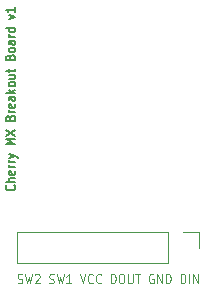
<source format=gbr>
G04 #@! TF.GenerationSoftware,KiCad,Pcbnew,(5.1.5-0-10_14)*
G04 #@! TF.CreationDate,2020-01-26T21:02:46+01:00*
G04 #@! TF.ProjectId,Cherry MX Breakout Board (Mill-Max-7305),43686572-7279-4204-9d58-20427265616b,v1*
G04 #@! TF.SameCoordinates,Original*
G04 #@! TF.FileFunction,Legend,Top*
G04 #@! TF.FilePolarity,Positive*
%FSLAX46Y46*%
G04 Gerber Fmt 4.6, Leading zero omitted, Abs format (unit mm)*
G04 Created by KiCad (PCBNEW (5.1.5-0-10_14)) date 2020-01-26 21:02:46*
%MOMM*%
%LPD*%
G04 APERTURE LIST*
%ADD10C,0.130000*%
%ADD11C,0.100000*%
%ADD12C,0.120000*%
G04 APERTURE END LIST*
D10*
X144815714Y-112658833D02*
X144853809Y-112692166D01*
X144891904Y-112792166D01*
X144891904Y-112858833D01*
X144853809Y-112958833D01*
X144777619Y-113025500D01*
X144701428Y-113058833D01*
X144549047Y-113092166D01*
X144434761Y-113092166D01*
X144282380Y-113058833D01*
X144206190Y-113025500D01*
X144130000Y-112958833D01*
X144091904Y-112858833D01*
X144091904Y-112792166D01*
X144130000Y-112692166D01*
X144168095Y-112658833D01*
X144891904Y-112358833D02*
X144091904Y-112358833D01*
X144891904Y-112058833D02*
X144472857Y-112058833D01*
X144396666Y-112092166D01*
X144358571Y-112158833D01*
X144358571Y-112258833D01*
X144396666Y-112325500D01*
X144434761Y-112358833D01*
X144853809Y-111458833D02*
X144891904Y-111525500D01*
X144891904Y-111658833D01*
X144853809Y-111725500D01*
X144777619Y-111758833D01*
X144472857Y-111758833D01*
X144396666Y-111725500D01*
X144358571Y-111658833D01*
X144358571Y-111525500D01*
X144396666Y-111458833D01*
X144472857Y-111425500D01*
X144549047Y-111425500D01*
X144625238Y-111758833D01*
X144891904Y-111125500D02*
X144358571Y-111125500D01*
X144510952Y-111125500D02*
X144434761Y-111092166D01*
X144396666Y-111058833D01*
X144358571Y-110992166D01*
X144358571Y-110925500D01*
X144891904Y-110692166D02*
X144358571Y-110692166D01*
X144510952Y-110692166D02*
X144434761Y-110658833D01*
X144396666Y-110625500D01*
X144358571Y-110558833D01*
X144358571Y-110492166D01*
X144358571Y-110325500D02*
X144891904Y-110158833D01*
X144358571Y-109992166D02*
X144891904Y-110158833D01*
X145082380Y-110225500D01*
X145120476Y-110258833D01*
X145158571Y-110325500D01*
X144891904Y-109192166D02*
X144091904Y-109192166D01*
X144663333Y-108958833D01*
X144091904Y-108725500D01*
X144891904Y-108725500D01*
X144091904Y-108458833D02*
X144891904Y-107992166D01*
X144091904Y-107992166D02*
X144891904Y-108458833D01*
X144472857Y-106958833D02*
X144510952Y-106858833D01*
X144549047Y-106825500D01*
X144625238Y-106792166D01*
X144739523Y-106792166D01*
X144815714Y-106825500D01*
X144853809Y-106858833D01*
X144891904Y-106925500D01*
X144891904Y-107192166D01*
X144091904Y-107192166D01*
X144091904Y-106958833D01*
X144130000Y-106892166D01*
X144168095Y-106858833D01*
X144244285Y-106825500D01*
X144320476Y-106825500D01*
X144396666Y-106858833D01*
X144434761Y-106892166D01*
X144472857Y-106958833D01*
X144472857Y-107192166D01*
X144891904Y-106492166D02*
X144358571Y-106492166D01*
X144510952Y-106492166D02*
X144434761Y-106458833D01*
X144396666Y-106425500D01*
X144358571Y-106358833D01*
X144358571Y-106292166D01*
X144853809Y-105792166D02*
X144891904Y-105858833D01*
X144891904Y-105992166D01*
X144853809Y-106058833D01*
X144777619Y-106092166D01*
X144472857Y-106092166D01*
X144396666Y-106058833D01*
X144358571Y-105992166D01*
X144358571Y-105858833D01*
X144396666Y-105792166D01*
X144472857Y-105758833D01*
X144549047Y-105758833D01*
X144625238Y-106092166D01*
X144891904Y-105158833D02*
X144472857Y-105158833D01*
X144396666Y-105192166D01*
X144358571Y-105258833D01*
X144358571Y-105392166D01*
X144396666Y-105458833D01*
X144853809Y-105158833D02*
X144891904Y-105225500D01*
X144891904Y-105392166D01*
X144853809Y-105458833D01*
X144777619Y-105492166D01*
X144701428Y-105492166D01*
X144625238Y-105458833D01*
X144587142Y-105392166D01*
X144587142Y-105225500D01*
X144549047Y-105158833D01*
X144891904Y-104825500D02*
X144091904Y-104825500D01*
X144587142Y-104758833D02*
X144891904Y-104558833D01*
X144358571Y-104558833D02*
X144663333Y-104825500D01*
X144891904Y-104158833D02*
X144853809Y-104225500D01*
X144815714Y-104258833D01*
X144739523Y-104292166D01*
X144510952Y-104292166D01*
X144434761Y-104258833D01*
X144396666Y-104225500D01*
X144358571Y-104158833D01*
X144358571Y-104058833D01*
X144396666Y-103992166D01*
X144434761Y-103958833D01*
X144510952Y-103925500D01*
X144739523Y-103925500D01*
X144815714Y-103958833D01*
X144853809Y-103992166D01*
X144891904Y-104058833D01*
X144891904Y-104158833D01*
X144358571Y-103325500D02*
X144891904Y-103325500D01*
X144358571Y-103625500D02*
X144777619Y-103625500D01*
X144853809Y-103592166D01*
X144891904Y-103525500D01*
X144891904Y-103425500D01*
X144853809Y-103358833D01*
X144815714Y-103325500D01*
X144358571Y-103092166D02*
X144358571Y-102825500D01*
X144091904Y-102992166D02*
X144777619Y-102992166D01*
X144853809Y-102958833D01*
X144891904Y-102892166D01*
X144891904Y-102825500D01*
X144472857Y-101825500D02*
X144510952Y-101725500D01*
X144549047Y-101692166D01*
X144625238Y-101658833D01*
X144739523Y-101658833D01*
X144815714Y-101692166D01*
X144853809Y-101725500D01*
X144891904Y-101792166D01*
X144891904Y-102058833D01*
X144091904Y-102058833D01*
X144091904Y-101825500D01*
X144130000Y-101758833D01*
X144168095Y-101725500D01*
X144244285Y-101692166D01*
X144320476Y-101692166D01*
X144396666Y-101725500D01*
X144434761Y-101758833D01*
X144472857Y-101825500D01*
X144472857Y-102058833D01*
X144891904Y-101258833D02*
X144853809Y-101325500D01*
X144815714Y-101358833D01*
X144739523Y-101392166D01*
X144510952Y-101392166D01*
X144434761Y-101358833D01*
X144396666Y-101325500D01*
X144358571Y-101258833D01*
X144358571Y-101158833D01*
X144396666Y-101092166D01*
X144434761Y-101058833D01*
X144510952Y-101025500D01*
X144739523Y-101025500D01*
X144815714Y-101058833D01*
X144853809Y-101092166D01*
X144891904Y-101158833D01*
X144891904Y-101258833D01*
X144891904Y-100425500D02*
X144472857Y-100425500D01*
X144396666Y-100458833D01*
X144358571Y-100525500D01*
X144358571Y-100658833D01*
X144396666Y-100725500D01*
X144853809Y-100425500D02*
X144891904Y-100492166D01*
X144891904Y-100658833D01*
X144853809Y-100725500D01*
X144777619Y-100758833D01*
X144701428Y-100758833D01*
X144625238Y-100725500D01*
X144587142Y-100658833D01*
X144587142Y-100492166D01*
X144549047Y-100425500D01*
X144891904Y-100092166D02*
X144358571Y-100092166D01*
X144510952Y-100092166D02*
X144434761Y-100058833D01*
X144396666Y-100025500D01*
X144358571Y-99958833D01*
X144358571Y-99892166D01*
X144891904Y-99358833D02*
X144091904Y-99358833D01*
X144853809Y-99358833D02*
X144891904Y-99425500D01*
X144891904Y-99558833D01*
X144853809Y-99625500D01*
X144815714Y-99658833D01*
X144739523Y-99692166D01*
X144510952Y-99692166D01*
X144434761Y-99658833D01*
X144396666Y-99625500D01*
X144358571Y-99558833D01*
X144358571Y-99425500D01*
X144396666Y-99358833D01*
X144358571Y-98558833D02*
X144891904Y-98392166D01*
X144358571Y-98225500D01*
X144891904Y-97592166D02*
X144891904Y-97992166D01*
X144891904Y-97792166D02*
X144091904Y-97792166D01*
X144206190Y-97858833D01*
X144282380Y-97925500D01*
X144320476Y-97992166D01*
D11*
X145108666Y-120936809D02*
X145208666Y-120974904D01*
X145375333Y-120974904D01*
X145442000Y-120936809D01*
X145475333Y-120898714D01*
X145508666Y-120822523D01*
X145508666Y-120746333D01*
X145475333Y-120670142D01*
X145442000Y-120632047D01*
X145375333Y-120593952D01*
X145242000Y-120555857D01*
X145175333Y-120517761D01*
X145142000Y-120479666D01*
X145108666Y-120403476D01*
X145108666Y-120327285D01*
X145142000Y-120251095D01*
X145175333Y-120213000D01*
X145242000Y-120174904D01*
X145408666Y-120174904D01*
X145508666Y-120213000D01*
X145742000Y-120174904D02*
X145908666Y-120974904D01*
X146042000Y-120403476D01*
X146175333Y-120974904D01*
X146342000Y-120174904D01*
X146575333Y-120251095D02*
X146608666Y-120213000D01*
X146675333Y-120174904D01*
X146842000Y-120174904D01*
X146908666Y-120213000D01*
X146942000Y-120251095D01*
X146975333Y-120327285D01*
X146975333Y-120403476D01*
X146942000Y-120517761D01*
X146542000Y-120974904D01*
X146975333Y-120974904D01*
X147775333Y-120936809D02*
X147875333Y-120974904D01*
X148042000Y-120974904D01*
X148108666Y-120936809D01*
X148142000Y-120898714D01*
X148175333Y-120822523D01*
X148175333Y-120746333D01*
X148142000Y-120670142D01*
X148108666Y-120632047D01*
X148042000Y-120593952D01*
X147908666Y-120555857D01*
X147842000Y-120517761D01*
X147808666Y-120479666D01*
X147775333Y-120403476D01*
X147775333Y-120327285D01*
X147808666Y-120251095D01*
X147842000Y-120213000D01*
X147908666Y-120174904D01*
X148075333Y-120174904D01*
X148175333Y-120213000D01*
X148408666Y-120174904D02*
X148575333Y-120974904D01*
X148708666Y-120403476D01*
X148842000Y-120974904D01*
X149008666Y-120174904D01*
X149642000Y-120974904D02*
X149242000Y-120974904D01*
X149442000Y-120974904D02*
X149442000Y-120174904D01*
X149375333Y-120289190D01*
X149308666Y-120365380D01*
X149242000Y-120403476D01*
X150375333Y-120174904D02*
X150608666Y-120974904D01*
X150842000Y-120174904D01*
X151475333Y-120898714D02*
X151442000Y-120936809D01*
X151342000Y-120974904D01*
X151275333Y-120974904D01*
X151175333Y-120936809D01*
X151108666Y-120860619D01*
X151075333Y-120784428D01*
X151042000Y-120632047D01*
X151042000Y-120517761D01*
X151075333Y-120365380D01*
X151108666Y-120289190D01*
X151175333Y-120213000D01*
X151275333Y-120174904D01*
X151342000Y-120174904D01*
X151442000Y-120213000D01*
X151475333Y-120251095D01*
X152175333Y-120898714D02*
X152142000Y-120936809D01*
X152042000Y-120974904D01*
X151975333Y-120974904D01*
X151875333Y-120936809D01*
X151808666Y-120860619D01*
X151775333Y-120784428D01*
X151742000Y-120632047D01*
X151742000Y-120517761D01*
X151775333Y-120365380D01*
X151808666Y-120289190D01*
X151875333Y-120213000D01*
X151975333Y-120174904D01*
X152042000Y-120174904D01*
X152142000Y-120213000D01*
X152175333Y-120251095D01*
X153008666Y-120974904D02*
X153008666Y-120174904D01*
X153175333Y-120174904D01*
X153275333Y-120213000D01*
X153342000Y-120289190D01*
X153375333Y-120365380D01*
X153408666Y-120517761D01*
X153408666Y-120632047D01*
X153375333Y-120784428D01*
X153342000Y-120860619D01*
X153275333Y-120936809D01*
X153175333Y-120974904D01*
X153008666Y-120974904D01*
X153842000Y-120174904D02*
X153975333Y-120174904D01*
X154042000Y-120213000D01*
X154108666Y-120289190D01*
X154142000Y-120441571D01*
X154142000Y-120708238D01*
X154108666Y-120860619D01*
X154042000Y-120936809D01*
X153975333Y-120974904D01*
X153842000Y-120974904D01*
X153775333Y-120936809D01*
X153708666Y-120860619D01*
X153675333Y-120708238D01*
X153675333Y-120441571D01*
X153708666Y-120289190D01*
X153775333Y-120213000D01*
X153842000Y-120174904D01*
X154442000Y-120174904D02*
X154442000Y-120822523D01*
X154475333Y-120898714D01*
X154508666Y-120936809D01*
X154575333Y-120974904D01*
X154708666Y-120974904D01*
X154775333Y-120936809D01*
X154808666Y-120898714D01*
X154842000Y-120822523D01*
X154842000Y-120174904D01*
X155075333Y-120174904D02*
X155475333Y-120174904D01*
X155275333Y-120974904D02*
X155275333Y-120174904D01*
X156608666Y-120213000D02*
X156542000Y-120174904D01*
X156442000Y-120174904D01*
X156342000Y-120213000D01*
X156275333Y-120289190D01*
X156242000Y-120365380D01*
X156208666Y-120517761D01*
X156208666Y-120632047D01*
X156242000Y-120784428D01*
X156275333Y-120860619D01*
X156342000Y-120936809D01*
X156442000Y-120974904D01*
X156508666Y-120974904D01*
X156608666Y-120936809D01*
X156642000Y-120898714D01*
X156642000Y-120632047D01*
X156508666Y-120632047D01*
X156942000Y-120974904D02*
X156942000Y-120174904D01*
X157342000Y-120974904D01*
X157342000Y-120174904D01*
X157675333Y-120974904D02*
X157675333Y-120174904D01*
X157842000Y-120174904D01*
X157942000Y-120213000D01*
X158008666Y-120289190D01*
X158042000Y-120365380D01*
X158075333Y-120517761D01*
X158075333Y-120632047D01*
X158042000Y-120784428D01*
X158008666Y-120860619D01*
X157942000Y-120936809D01*
X157842000Y-120974904D01*
X157675333Y-120974904D01*
X158908666Y-120974904D02*
X158908666Y-120174904D01*
X159075333Y-120174904D01*
X159175333Y-120213000D01*
X159242000Y-120289190D01*
X159275333Y-120365380D01*
X159308666Y-120517761D01*
X159308666Y-120632047D01*
X159275333Y-120784428D01*
X159242000Y-120860619D01*
X159175333Y-120936809D01*
X159075333Y-120974904D01*
X158908666Y-120974904D01*
X159608666Y-120974904D02*
X159608666Y-120174904D01*
X159942000Y-120974904D02*
X159942000Y-120174904D01*
X160342000Y-120974904D01*
X160342000Y-120174904D01*
D12*
X145062000Y-116616000D02*
X145062000Y-119276000D01*
X157822000Y-116616000D02*
X145062000Y-116616000D01*
X157822000Y-119276000D02*
X145062000Y-119276000D01*
X157822000Y-116616000D02*
X157822000Y-119276000D01*
X159092000Y-116616000D02*
X160422000Y-116616000D01*
X160422000Y-116616000D02*
X160422000Y-117946000D01*
M02*

</source>
